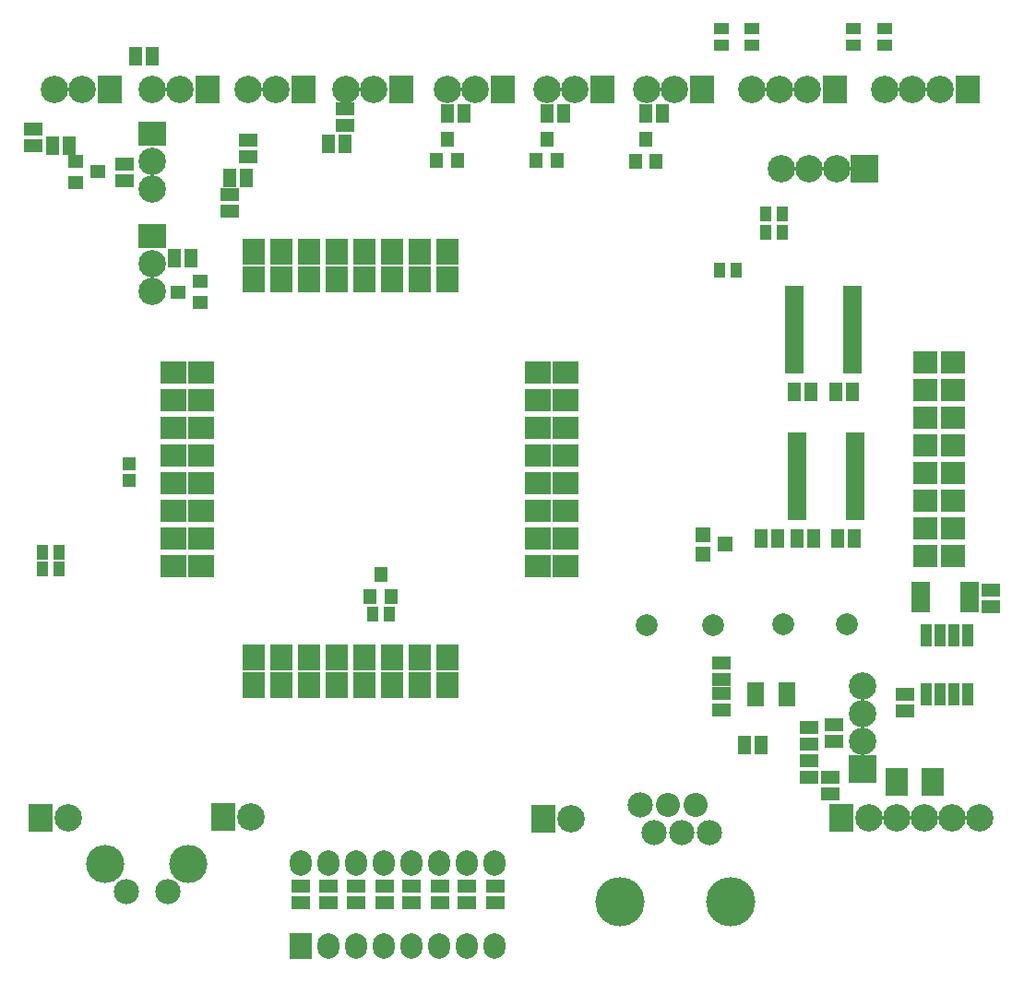
<source format=gbs>
G04 #@! TF.FileFunction,Soldermask,Bot*
%FSLAX46Y46*%
G04 Gerber Fmt 4.6, Leading zero omitted, Abs format (unit mm)*
G04 Created by KiCad (PCBNEW 4.0.6) date 11/02/17 20:58:10*
%MOMM*%
%LPD*%
G01*
G04 APERTURE LIST*
%ADD10C,0.150000*%
%ADD11R,1.108000X2.058000*%
%ADD12R,2.506980X2.506980*%
%ADD13C,2.506980*%
%ADD14R,1.778000X0.914400*%
%ADD15R,2.308860X2.506980*%
%ADD16R,2.032000X2.332000*%
%ADD17O,2.032000X2.332000*%
%ADD18R,2.506980X2.308860*%
%ADD19R,1.008000X1.408000*%
%ADD20R,2.108000X2.408000*%
%ADD21R,2.108200X2.408000*%
%ADD22R,2.407920X2.108200*%
%ADD23R,1.508760X0.756920*%
%ADD24C,2.308860*%
%ADD25C,2.208000*%
%ADD26C,4.508000*%
%ADD27R,2.308860X2.032000*%
%ADD28R,1.422400X1.422400*%
%ADD29C,2.008000*%
%ADD30R,2.032000X2.540000*%
%ADD31R,1.143000X1.651000*%
%ADD32R,1.651000X1.143000*%
%ADD33C,3.507740*%
%ADD34O,3.507740X3.507740*%
%ADD35R,1.258000X1.308000*%
%ADD36R,1.408000X1.008000*%
%ADD37R,1.408000X1.308000*%
%ADD38R,1.308000X1.408000*%
G04 APERTURE END LIST*
D10*
D11*
X114808000Y-116172000D03*
X116078000Y-116172000D03*
X117348000Y-116172000D03*
X118618000Y-116172000D03*
X118618000Y-121572000D03*
X117348000Y-121572000D03*
X116078000Y-121572000D03*
X114808000Y-121572000D03*
D12*
X108996480Y-128427480D03*
D13*
X108996480Y-125887480D03*
X108996480Y-123347480D03*
X108996480Y-120807480D03*
D14*
X114363500Y-113626900D03*
X114363500Y-112979200D03*
X114363500Y-112318800D03*
X114363500Y-111671100D03*
X118808500Y-111671100D03*
X118808500Y-112318800D03*
X118808500Y-112979200D03*
X118808500Y-113626900D03*
D13*
X114681000Y-132969000D03*
X112141000Y-132969000D03*
X109601000Y-132969000D03*
D15*
X107061000Y-132969000D03*
D13*
X117221000Y-132969000D03*
X119761000Y-132969000D03*
D16*
X57454800Y-144703800D03*
D17*
X57454800Y-137083800D03*
X59994800Y-144703800D03*
X59994800Y-137083800D03*
X62534800Y-144703800D03*
X62534800Y-137083800D03*
X65074800Y-144703800D03*
X65074800Y-137083800D03*
X67614800Y-144703800D03*
X67614800Y-137083800D03*
X70154800Y-144703800D03*
X70154800Y-137083800D03*
X72694800Y-144703800D03*
X72694800Y-137083800D03*
X75234800Y-144703800D03*
X75234800Y-137083800D03*
D18*
X43815000Y-70104000D03*
D13*
X43815000Y-72644000D03*
X43815000Y-75184000D03*
D19*
X65520000Y-114223800D03*
X64020000Y-114223800D03*
D20*
X53116480Y-83535520D03*
X53116480Y-80995520D03*
X55656480Y-83535520D03*
X55656480Y-80995520D03*
X58196480Y-83535520D03*
X58196480Y-80995520D03*
X60736480Y-83535520D03*
X60736480Y-80995520D03*
X63276480Y-83535520D03*
X63276480Y-80995520D03*
X65816480Y-83535520D03*
X65816480Y-80995520D03*
X68356480Y-83535520D03*
X68356480Y-80995520D03*
X70896480Y-83535520D03*
X70896480Y-80995520D03*
D21*
X53116480Y-120743980D03*
X53116480Y-118203980D03*
X55656480Y-120743980D03*
X55656480Y-118203980D03*
X58196480Y-120743980D03*
X58196480Y-118203980D03*
X60736480Y-120743980D03*
X60736480Y-118203980D03*
X63276480Y-120743980D03*
X63276480Y-118203980D03*
X65816480Y-120743980D03*
X65816480Y-118203980D03*
X68356480Y-120743980D03*
X68356480Y-118203980D03*
X70896480Y-120743980D03*
X70896480Y-118203980D03*
D22*
X48290480Y-109821980D03*
X45750480Y-109821980D03*
X48290480Y-107281980D03*
X45750480Y-107281980D03*
X48290480Y-104741980D03*
X45750480Y-104741980D03*
X48290480Y-102201980D03*
X45750480Y-102201980D03*
X48290480Y-99661980D03*
X45750480Y-99661980D03*
X48290480Y-97121980D03*
X45750480Y-97121980D03*
X48290480Y-94581980D03*
X45750480Y-94581980D03*
X48290480Y-92041980D03*
X45750480Y-92041980D03*
X81691480Y-92041980D03*
X79151480Y-92041980D03*
X81691480Y-94581980D03*
X79151480Y-94581980D03*
X81691480Y-97121980D03*
X79151480Y-97121980D03*
X81691480Y-99661980D03*
X79151480Y-99661980D03*
X81691480Y-102201980D03*
X79151480Y-102201980D03*
X81691480Y-104741980D03*
X79151480Y-104741980D03*
X81691480Y-107281980D03*
X79151480Y-107281980D03*
X81691480Y-109821980D03*
X79151480Y-109821980D03*
D15*
X118618000Y-66040000D03*
D13*
X116078000Y-66040000D03*
X113538000Y-66040000D03*
X110998000Y-66040000D03*
D15*
X94234000Y-66040000D03*
D13*
X91694000Y-66040000D03*
X89154000Y-66040000D03*
D12*
X109169200Y-73329800D03*
D13*
X106629200Y-73329800D03*
X104089200Y-73329800D03*
X101549200Y-73329800D03*
D15*
X66675000Y-66040000D03*
D13*
X64135000Y-66040000D03*
X61595000Y-66040000D03*
D15*
X57658000Y-66040000D03*
D13*
X55118000Y-66040000D03*
X52578000Y-66040000D03*
D15*
X48895000Y-66040000D03*
D13*
X46355000Y-66040000D03*
X43815000Y-66040000D03*
D15*
X39878000Y-66040000D03*
D13*
X37338000Y-66040000D03*
X34798000Y-66040000D03*
D19*
X33743200Y-110109000D03*
X35243200Y-110109000D03*
X33743200Y-108534200D03*
X35243200Y-108534200D03*
X97358900Y-82626200D03*
X95858900Y-82626200D03*
D23*
X99161600Y-120827800D03*
X99161600Y-121335800D03*
X99161600Y-121843800D03*
X99161600Y-122351800D03*
X102057200Y-120827800D03*
X102057200Y-121335800D03*
X102057200Y-121843800D03*
X102057200Y-122351800D03*
D24*
X92422980Y-134332980D03*
X89882980Y-134332980D03*
X94962980Y-134332980D03*
X88612980Y-131792980D03*
D25*
X91152980Y-131792980D03*
X93692980Y-131792980D03*
D26*
X96867980Y-140682980D03*
X86707980Y-140682980D03*
D27*
X114711480Y-91089480D03*
X117251480Y-91089480D03*
X114711480Y-93629480D03*
X117251480Y-93629480D03*
X114711480Y-96169480D03*
X117251480Y-96169480D03*
X114711480Y-98709480D03*
X117251480Y-98709480D03*
X114711480Y-101249480D03*
X117251480Y-101249480D03*
X114711480Y-103789480D03*
X117251480Y-103789480D03*
X114711480Y-106329480D03*
X117251480Y-106329480D03*
X114711480Y-108869480D03*
X117251480Y-108869480D03*
D28*
X94361000Y-106934000D03*
X94361000Y-108712000D03*
X96393000Y-107823000D03*
D29*
X89217500Y-115252500D03*
X95313500Y-115252500D03*
D30*
X112141000Y-129667000D03*
X115443000Y-129667000D03*
D31*
X90627200Y-68249800D03*
X89103200Y-68249800D03*
D32*
X104089200Y-126136400D03*
X104089200Y-124612400D03*
D31*
X101244400Y-107315000D03*
X99720400Y-107315000D03*
D32*
X41275000Y-72898000D03*
X41275000Y-74422000D03*
D31*
X81534000Y-68300600D03*
X80010000Y-68300600D03*
X61468000Y-71043800D03*
X59944000Y-71043800D03*
X52451000Y-74168000D03*
X50927000Y-74168000D03*
D32*
X50927000Y-77216000D03*
X50927000Y-75692000D03*
D31*
X34671000Y-71247000D03*
X36195000Y-71247000D03*
D32*
X61468000Y-67843400D03*
X61468000Y-69367400D03*
X52578000Y-70739000D03*
X52578000Y-72263000D03*
D31*
X43815000Y-62992000D03*
X42291000Y-62992000D03*
D32*
X32893000Y-69723000D03*
X32893000Y-71247000D03*
D24*
X45212000Y-139700000D03*
X41402000Y-139700000D03*
D33*
X47117000Y-137160000D03*
D34*
X39497000Y-137160000D03*
D14*
X102743000Y-91719400D03*
X102743000Y-91084400D03*
X102743000Y-90424000D03*
X102743000Y-89763600D03*
X102743000Y-89128600D03*
X102743000Y-88468200D03*
X102743000Y-87807800D03*
X102743000Y-87172800D03*
X102743000Y-86512400D03*
X102743000Y-85877400D03*
X102743000Y-85217000D03*
X102743000Y-84556600D03*
X108077000Y-84531200D03*
X108077000Y-85217000D03*
X108077000Y-85877400D03*
X108077000Y-86512400D03*
X108077000Y-87172800D03*
X108077000Y-87807800D03*
X108077000Y-88468200D03*
X108077000Y-89128600D03*
X108077000Y-89763600D03*
X108077000Y-90424000D03*
X108077000Y-91084400D03*
X108077000Y-91719400D03*
X102946200Y-105181400D03*
X102946200Y-104546400D03*
X102946200Y-103886000D03*
X102946200Y-103225600D03*
X102946200Y-102590600D03*
X102946200Y-101930200D03*
X102946200Y-101269800D03*
X102946200Y-100634800D03*
X102946200Y-99974400D03*
X102946200Y-99339400D03*
X102946200Y-98679000D03*
X102946200Y-98018600D03*
X108280200Y-97993200D03*
X108280200Y-98679000D03*
X108280200Y-99339400D03*
X108280200Y-99974400D03*
X108280200Y-100634800D03*
X108280200Y-101269800D03*
X108280200Y-101930200D03*
X108280200Y-102590600D03*
X108280200Y-103225600D03*
X108280200Y-103886000D03*
X108280200Y-104546400D03*
X108280200Y-105181400D03*
D32*
X112852200Y-121564400D03*
X112852200Y-123088400D03*
X106375200Y-125907800D03*
X106375200Y-124383800D03*
D31*
X72390000Y-68249800D03*
X70866000Y-68249800D03*
X45847000Y-81534000D03*
X47371000Y-81534000D03*
D32*
X96062800Y-123063000D03*
X96062800Y-121539000D03*
X96062800Y-118694200D03*
X96062800Y-120218200D03*
X104089200Y-127685800D03*
X104089200Y-129209800D03*
D31*
X102971600Y-107315000D03*
X104495600Y-107315000D03*
X108051600Y-93802200D03*
X106527600Y-93802200D03*
D32*
X106011980Y-130713480D03*
X106011980Y-129189480D03*
D31*
X102768400Y-93802200D03*
X104292400Y-93802200D03*
X98145600Y-126250700D03*
X99669600Y-126250700D03*
D32*
X120777000Y-113538000D03*
X120777000Y-112014000D03*
D31*
X108254800Y-107315000D03*
X106730800Y-107315000D03*
D29*
X101752400Y-115189000D03*
X107594400Y-115189000D03*
D15*
X79705200Y-133019800D03*
D13*
X82245200Y-133019800D03*
D15*
X50342800Y-132867400D03*
D13*
X52882800Y-132867400D03*
D15*
X106426000Y-66040000D03*
D13*
X103886000Y-66040000D03*
X101346000Y-66040000D03*
X98806000Y-66040000D03*
D15*
X85090000Y-66040000D03*
D13*
X82550000Y-66040000D03*
X80010000Y-66040000D03*
D15*
X75946000Y-66040000D03*
D13*
X73406000Y-66040000D03*
X70866000Y-66040000D03*
D35*
X41656000Y-101969000D03*
X41656000Y-100469000D03*
D15*
X33528000Y-132969000D03*
D13*
X36068000Y-132969000D03*
D19*
X101588000Y-77495400D03*
X100088000Y-77495400D03*
X100088000Y-79171800D03*
X101588000Y-79171800D03*
D36*
X98806000Y-61989400D03*
X98806000Y-60489400D03*
X96012000Y-60489400D03*
X96012000Y-61989400D03*
X110998000Y-61989400D03*
X110998000Y-60489400D03*
X108153200Y-60489400D03*
X108153200Y-61989400D03*
D18*
X43815000Y-79502000D03*
D13*
X43815000Y-82042000D03*
X43815000Y-84582000D03*
D37*
X36795200Y-74584600D03*
X36795200Y-72684600D03*
X38795200Y-73634600D03*
D38*
X90053200Y-72653400D03*
X88153200Y-72653400D03*
X89103200Y-70653400D03*
X71816000Y-72602600D03*
X69916000Y-72602600D03*
X70866000Y-70602600D03*
D37*
X48193200Y-83708200D03*
X48193200Y-85608200D03*
X46193200Y-84658200D03*
D38*
X80960000Y-72602600D03*
X79060000Y-72602600D03*
X80010000Y-70602600D03*
X65720000Y-112633000D03*
X63820000Y-112633000D03*
X64770000Y-110633000D03*
D32*
X65151000Y-140716000D03*
X65151000Y-139192000D03*
X75311000Y-140716000D03*
X75311000Y-139192000D03*
X62484000Y-140716000D03*
X62484000Y-139192000D03*
X72644000Y-140716000D03*
X72644000Y-139192000D03*
X59944000Y-140716000D03*
X59944000Y-139192000D03*
X70231000Y-140716000D03*
X70231000Y-139192000D03*
X57404000Y-140716000D03*
X57404000Y-139192000D03*
X67564000Y-140716000D03*
X67564000Y-139192000D03*
M02*

</source>
